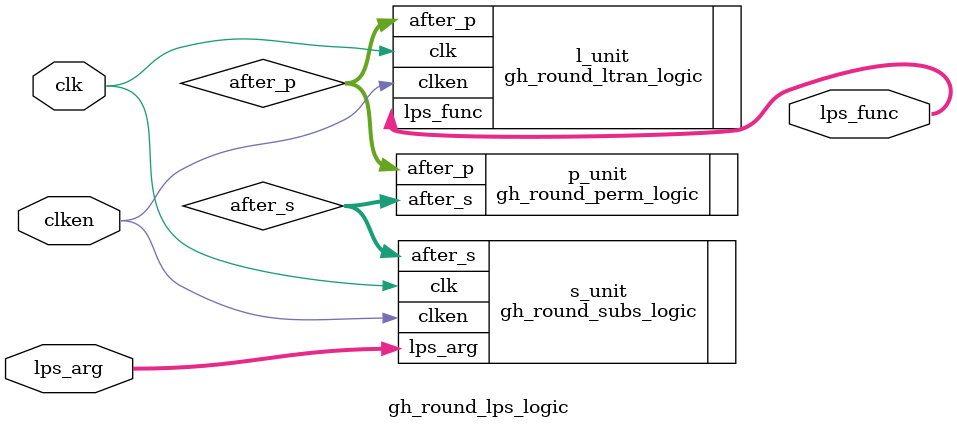
<source format=sv>
`timescale 1ns / 1ps



module gh_round_lps_logic (
      input wire              clk,
      input wire              clken,
      input wire  [511:0]     lps_arg,
      output wire [511:0]     lps_func
);

      wire [511:0]      after_s;
      wire [511:0]      after_p;

      // latency = 1 cycle
      gh_round_subs_logic s_unit(
            .clk,
            .clken,
            .lps_arg,
            .after_s
      );

      // no latency, no clk
      gh_round_perm_logic p_unit(
            .after_s,
            .after_p
      );

      // latency = 1 cycle

      // wire [511:0] lps_func_old;

      gh_round_ltran_logic l_unit(
            .clk,
            .clken,
            .after_p,
            .lps_func
      );

      // gh_round_ltran_v2_logic l2_unit(
      //       .clk,
      //       .after_p,
      //       .lps_func
      // );

endmodule : gh_round_lps_logic
</source>
